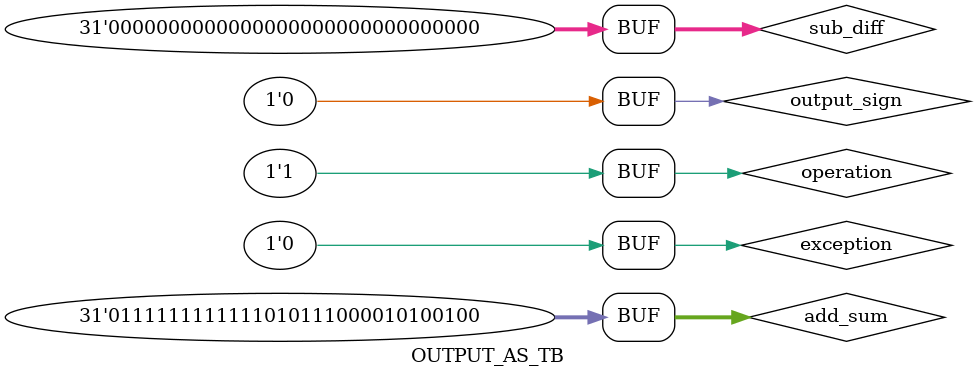
<source format=v>
module DECOMPOSE_AS (a, b, sign_a, sign_b, exponent_a, exponent_b, significand_a, significand_b, enable, enable_sub);
    input wire [31:0] a, b;
    output wire sign_a, sign_b;
    output wire [7:0] exponent_a, exponent_b;
    output wire [31:0] significand_a, significand_b;
    output wire enable, enable_sub;
    wire [22:0] sig_big, sig_small;
    wire eq, gt, lt;
    wire net1, net2;

COMPARATOR_32BITS entity_1 ({1'b0,a[30:0]}, {1'b0,b[30:0]}, eq, gt, lt);
    assign enable = lt;
    assign enable_sub = eq; 
    assign sign_a = lt ? b[31] : a[31];
    assign sign_b = lt ? a[31] : b[31];
    assign exponent_a = lt ? b[30:23] : a[30:23];
    assign exponent_b = lt ? a[30:23] : b[30:23];
    assign sig_big = lt ? b[22:0] : a[22:0];
    assign sig_small = lt ? a[22:0] : b[22:0];
    or (net1, exponent_a[0], exponent_a[1], exponent_a[2], exponent_a[3], exponent_a[4], exponent_a[5], exponent_a[6], exponent_a[7]); // net1 = |exponent_a
    or (net2, exponent_b[0], exponent_b[1], exponent_b[2], exponent_b[3], exponent_b[4], exponent_b[5], exponent_b[6], exponent_b[7]); // net2 = |exponent_b
    assign significand_a = net1 ? {9'b000000001,sig_big} : {9'd0,sig_big};
    assign significand_b = net2 ? {9'b000000001,sig_small} : {9'd0,sig_small};
endmodule
//------------------------------------------------------------------------------------------------

`timescale 1ns/1ps
module DECOMPOSE_AS_TB;
    reg [31:0] a, b;
    wire sign_a, sign_b;
    wire [7:0] exponent_a, exponent_b;
    wire [31:0] significand_a, significand_b;
    wire enable, enable_sub;

DECOMPOSE_AS uut (a, b, sign_a, sign_b, exponent_a, exponent_b, significand_a, significand_b, enable, enable_sub);
    initial begin
        #10
        a = 32'h4383C7AE;
        b = 32'h4164F5C3;
        #10
        a = 32'h454277D7;
        b = 32'h453B8FD7;
        #10
        a = 32'h3F3AE148;
        b = 32'h3EB33333;
        #10
        a = 32'h3F7D70A4;
        b = 32'h3F7D70A4;
    end
endmodule

//------------------------------------------------------------------------------------------------
module EQUALIZING_AS (ex_a, ex_b, signi_b, ex_b_add_sub, signi_add_sub, perform);
    input wire [7:0] ex_a, ex_b;
    input wire [31:0] signi_b;
    output wire [7:0] ex_b_add_sub;
    output wire [31:0] signi_add_sub;
    output wire perform;
    wire [8:0] diff;
    wire eq, gt, lt, c;

FULL_SUBTRACTOR_8BITS entity_2 (ex_a, ex_b, 1'b0, diff[7:0], diff[8]);
SHIFTER_RIGHT_32BITS entity_3 (signi_b, diff[4:0], signi_add_sub);
FULL_ADDER_8BITS entity_4 (ex_b, diff[7:0], 1'b0, ex_b_add_sub, c);
COMPARATOR_8BITS entity_5 (ex_b_add_sub, ex_a, eq, gt, lt);
    assign perform = eq; 
endmodule
//------------------------------------------------------------------------------------------------

`timescale 1ns/1ps
module EQUALIZING_AS_TB;
    reg [7:0] ex_a, ex_b;
    reg [31:0] signi_b;
    wire [7:0] ex_b_add_sub;
    wire [31:0] signi_add_sub;
    wire perform;

EQUALIZING_AS uut (ex_a, ex_b, signi_b, ex_b_add_sub, signi_add_sub, perform);
    initial begin
        #10
        ex_a = 8'b10000111; 
        ex_b = 8'b10000010;
        signi_b = 32'b00000000111001001111010111000011;
        #10
        ex_a = 8'b10001010;
        ex_b = 8'b10001010;
        signi_b = 32'b00000000101110111000111111010111;
        #10
        ex_a = 8'b01111110;
        ex_b = 8'b01111101;
        signi_b = 32'b00000000101100110011001100110011;
        #10
        ex_a = 8'b01111110;
        ex_b = 8'b01111110;
        signi_b = 32'b00000000111111010111000010100100;
    end
endmodule

//------------------------------------------------------------------------------------------------
module CONVERTER_1_AS (add_sub_signal, enable, ex_a, ex_b, sign_a, sign_b, exception, output_sign, operation);
    input wire add_sub_signal, enable;
    input wire [7:0] ex_a, ex_b;
    input wire sign_a, sign_b;
    output wire exception, output_sign, operation;
    wire net1, net2, net3, net4, net5;

//  assign exception = (&ex_a) | (&ex_b);
    and (net1, ex_a[0], ex_a[1], ex_a[2], ex_a[3], ex_a[4], ex_a[5], ex_a[6], ex_a[7]);
    and (net2, ex_b[0], ex_b[1], ex_b[2], ex_b[3], ex_b[4], ex_b[5], ex_b[6], ex_b[7]);
    or (exception, net1, net2);
    not (net3, sign_a); // net3 = ~sign_a
    assign output_sign = add_sub_signal ? enable ? net3 : sign_a: sign_a;
    xor (net4, sign_a, sign_b); // net4 = sign_a ^ sign_b
    not (net5, net4); // net5 = ~(sign_a ^ sign_b)
    assign operation = add_sub_signal ? net4 : net5;        
endmodule
//------------------------------------------------------------------------------------------------

`timescale 1ns/1ps
module CONVERTER_1_AS_TB;
    reg add_sub_signal, enable;
    reg [7:0] ex_a, ex_b;
    reg sign_a, sign_b;
    wire exception, output_sign, operation;

CONVERTER_1_AS uut (add_sub_signal, enable,ex_a, ex_b, sign_a, sign_b, exception, output_sign, operation);
    initial begin
        #10
        add_sub_signal = 0;
        enable = 0;
        ex_a = 8'b10000111; 
        ex_b = 8'b10000010;
        sign_a = 0;
        sign_b = 0;
        #10
        add_sub_signal = 0;
        enable = 0;
        ex_a = 8'b10001010;
        ex_b = 8'b10001010;
        sign_a = 0;
        sign_b = 0;
        #10
        add_sub_signal = 0;
        enable = 0;
        ex_a = 8'b01111110;
        ex_b = 8'b01111101;
        sign_a = 0;
        sign_b = 0;
        #10
        add_sub_signal = 0;
        enable = 0;
        ex_a = 8'b01111110;
        ex_b = 8'b01111110;
        sign_a = 0;
        sign_b = 0;
    end
endmodule

//------------------------------------------------------------------------------------------------
module ADD_BLOCK (perform, operation, ex_a, sig_a, sig_b_add_sub, add_sum);
    input wire perform, operation;
    input wire [7:0] ex_a;
    input wire [31:0] sig_a, sig_b_add_sub;
    output wire [30:0] add_sum;
    wire [31:0] sig_add, sum;
    wire [7:0] op;
    wire c0, c1;
    wire net1;

FULL_ADDER_32BITS entity_6 (sig_a, sig_b_add_sub, 1'b0, sum, c0);
    and (net1, perform, operation); // net1 = perform & operation
    assign sig_add = net1 ? sum : 32'd0;
    assign add_sum[22:0] = sig_add[24] ? sig_add[23:1] : sig_add[22:0];
FULL_ADDER_8BITS entity_7 (ex_a, 8'd1, 1'b0, op, c1);
    assign add_sum[30:23] = sig_add[24] ? op : ex_a; 
endmodule
//------------------------------------------------------------------------------------------------

`timescale 1ns/1ps
module ADD_BLOCK_TB;
    reg perform, operation;
    reg [7:0] ex_a;
    reg [31:0] sig_a, sig_b_add_sub;
    wire [30:0] add_sum;

ADD_BLOCK uut (perform, operation, ex_a, sig_a, sig_b_add_sub, add_sum);
    initial begin
        #10
        perform = 1;
        operation = 1;
        ex_a = 8'b10000111;
        sig_a = 32'b00000000100000111100001110101110;
        sig_b_add_sub = 32'b00000000000001110010011110101110;
        #10
        perform = 1;
        operation = 1;
        ex_a = 8'b10001010;
        sig_a = 32'b00000000110000100111011111010111;
        sig_b_add_sub = 32'b00000000101110111000111111010111;
        #10
        perform = 1;
        operation = 1;
        ex_a = 8'b01111110;
        sig_a = 32'b00000000101110101110000101001000;
        sig_b_add_sub = 32'b00000000010110011001100110011001;
        #10
        perform = 1;
        operation = 1;
        ex_a = 8'b01111110;
        sig_a = 32'b00000000111111010111000010100100;
        sig_b_add_sub = 32'b00000000111111010111000010100100;
    end
endmodule

//------------------------------------------------------------------------------------------------
module SUB_BLOCK (enable_sub, ex_a, sig_a, sig_b_add_sub, sub_diff);
    input wire enable_sub;
    input wire [7:0] ex_a;
    input wire [31:0] sig_a, sig_b_add_sub;
    output wire [30:0] sub_diff;
    wire [31:0] sig_sub, sub;
    wire [7:0] ex_sub;
    wire c, eq, gt, lt;
    wire net1;

FULL_SUBTRACTOR_32BITS entity_8 (sig_a, sig_b_add_sub, 1'b0, sub, c);
PRIORITY_ENCODER_32BITS_SIG entity_9 (sub, ex_a, sig_sub, ex_sub);
COMPARATOR_32BITS entity_10 (sig_sub, 32'd0, eq, gt, lt);
    and (net1, enable_sub, eq);
    assign sub_diff[30:23] = net1 ? 8'd0 : ex_sub;
    assign sub_diff[22:0] = sig_sub[22:0];
endmodule
//------------------------------------------------------------------------------------------------

`timescale 1ns/1ps
module SUB_BLOCK_TB;
    reg enable_sub;
    reg [7:0] ex_a;
    reg [31:0] sig_a, sig_b_add_sub;
    wire [30:0] sub_diff;

SUB_BLOCK uut (enable_sub, ex_a, sig_a, sig_b_add_sub, sub_diff);
    initial begin
        #10
        enable_sub = 0;
        ex_a = 8'b10000111;
        sig_a = 32'b00000000100000111100001110101110;
        sig_b_add_sub = 32'b00000000000001110010011110101110;
        #10
        enable_sub = 0;
        ex_a = 8'b10001010;
        sig_a = 32'b00000000110000100111011111010111;
        sig_b_add_sub = 32'b00000000101110111000111111010111;
        #10
        enable_sub = 0;
        ex_a = 8'b01111110;
        sig_a = 32'b00000000101110101110000101001000;
        sig_b_add_sub = 32'b00000000010110011001100110011001;
        #10
        enable_sub = 1;
        ex_a = 8'b01111110;
        sig_a = 32'b00000000111111010111000010100100;
        sig_b_add_sub = 32'b00000000111111010111000010100100;
    end
endmodule

//------------------------------------------------------------------------------------------------
module OUTPUT_AS (exception, operation, output_sign, sub_diff, add_sum, res);
    input wire exception, operation, output_sign;
    input wire [30:0] add_sum, sub_diff;
    output wire [31:0] res;
    wire net1;

    not (net1, operation);
    assign res = exception ? (output_sign ? 32'hff800000: 32'h7f800000) : (net1 ? {output_sign,sub_diff} : {output_sign,add_sum});
endmodule
//------------------------------------------------------------------------------------------------

`timescale 1ns/1ps
module OUTPUT_AS_TB;
    reg exception, operation, output_sign;
    reg [30:0] add_sum, sub_diff;
    wire [31:0] res;

OUTPUT_AS uut (exception, operation, output_sign, sub_diff, add_sum, res);
    initial begin
        #10
        exception = 0;
        operation = 1;
        output_sign = 0;
        add_sum = 31'b1000011100010101110111101011100;
        sub_diff = 31'd0;
        #10
        exception = 0;
        operation = 1;
        output_sign = 0;
        add_sum = 31'b1000101101111110000001111010111;
        sub_diff = 31'd0;
        #10
        exception = 0;
        operation = 1;
        output_sign = 0;
        add_sum = 31'b0111111100010100011110101110000;
        sub_diff = 31'd0;
        #10
        exception = 0;
        operation = 1;
        output_sign = 0;
        add_sum = 31'b0111111111111010111000010100100;
        sub_diff = 31'd0;
    end
endmodule

//------------------------------------------------------------------------------------------------
</source>
